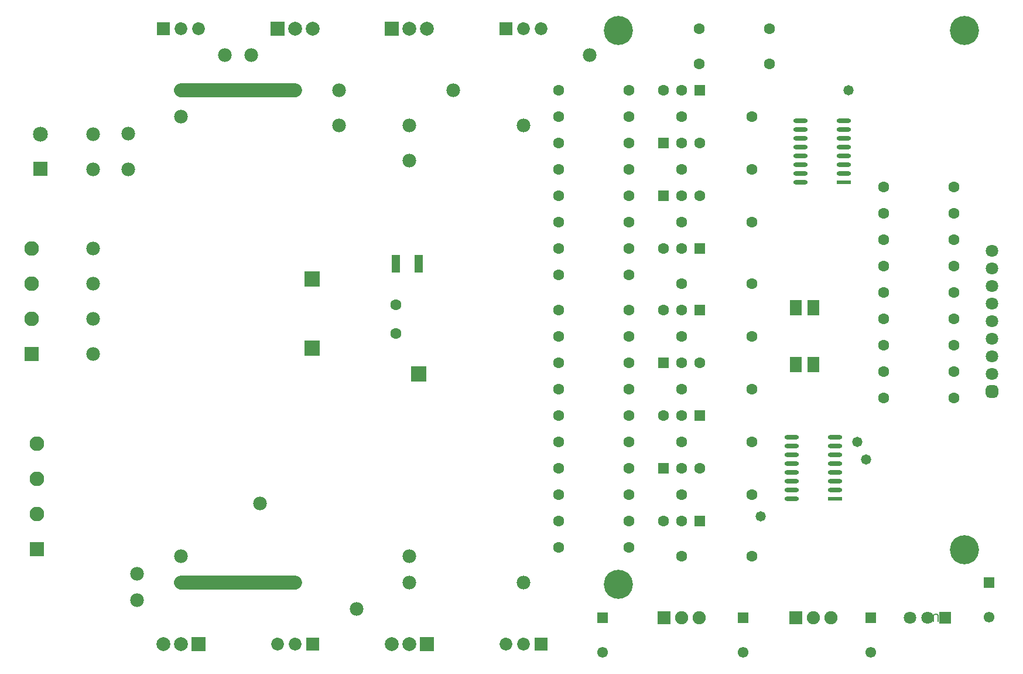
<source format=gts>
G04*
G04 #@! TF.GenerationSoftware,Altium Limited,Altium Designer,21.8.1 (53)*
G04*
G04 Layer_Color=8388736*
%FSLAX43Y43*%
%MOMM*%
G71*
G04*
G04 #@! TF.SameCoordinates,43502BEE-6898-4BDF-A8F3-2E7845CCF1CD*
G04*
G04*
G04 #@! TF.FilePolarity,Negative*
G04*
G01*
G75*
%ADD15C,0.152*%
%ADD16C,2.032*%
%ADD17R,2.103X0.616*%
G04:AMPARAMS|DCode=18|XSize=2.103mm|YSize=0.616mm|CornerRadius=0.308mm|HoleSize=0mm|Usage=FLASHONLY|Rotation=180.000|XOffset=0mm|YOffset=0mm|HoleType=Round|Shape=RoundedRectangle|*
%AMROUNDEDRECTD18*
21,1,2.103,0.000,0,0,180.0*
21,1,1.487,0.616,0,0,180.0*
1,1,0.616,-0.744,0.000*
1,1,0.616,0.744,0.000*
1,1,0.616,0.744,0.000*
1,1,0.616,-0.744,0.000*
%
%ADD18ROUNDEDRECTD18*%
%ADD19R,1.700X2.200*%
%ADD20R,2.000X2.000*%
%ADD21C,2.000*%
%ADD22R,1.303X2.503*%
%ADD23C,1.603*%
%ADD24R,2.203X2.203*%
%ADD25R,1.803X1.803*%
%ADD26C,1.803*%
%ADD27C,1.903*%
%ADD28R,1.903X1.903*%
%ADD29C,1.803*%
G04:AMPARAMS|DCode=30|XSize=1.803mm|YSize=1.803mm|CornerRadius=0.502mm|HoleSize=0mm|Usage=FLASHONLY|Rotation=90.000|XOffset=0mm|YOffset=0mm|HoleType=Round|Shape=RoundedRectangle|*
%AMROUNDEDRECTD30*
21,1,1.803,0.800,0,0,90.0*
21,1,0.800,1.803,0,0,90.0*
1,1,1.003,0.400,0.400*
1,1,1.003,0.400,-0.400*
1,1,1.003,-0.400,-0.400*
1,1,1.003,-0.400,0.400*
%
%ADD30ROUNDEDRECTD30*%
%ADD31R,1.603X1.603*%
%ADD32R,1.850X1.850*%
%ADD33C,1.850*%
%ADD34C,2.103*%
%ADD35R,2.103X2.103*%
%ADD36R,2.153X2.153*%
%ADD37C,2.153*%
%ADD38R,1.553X1.553*%
%ADD39C,1.553*%
%ADD40C,4.203*%
%ADD41C,1.981*%
%ADD42C,1.473*%
D15*
X141223Y9652D02*
Y10498D01*
X141054Y10667D01*
X140715D01*
X140546Y10498D01*
Y9652D01*
X140208Y10667D02*
X139869D01*
X140038D01*
Y9652D01*
X140208Y9821D01*
D16*
X31749Y86359D02*
X48259D01*
X31749Y15239D02*
X48259D01*
D17*
X126340Y27304D02*
D03*
X127610Y73024D02*
D03*
D18*
X126340Y28574D02*
D03*
Y29844D02*
D03*
Y31114D02*
D03*
Y32384D02*
D03*
Y33654D02*
D03*
Y34924D02*
D03*
Y36194D02*
D03*
X120039D02*
D03*
Y34924D02*
D03*
Y33654D02*
D03*
Y32384D02*
D03*
Y31114D02*
D03*
Y29844D02*
D03*
Y28574D02*
D03*
Y27304D02*
D03*
X127610Y74294D02*
D03*
Y75564D02*
D03*
Y76834D02*
D03*
Y78104D02*
D03*
Y79374D02*
D03*
Y80644D02*
D03*
Y81914D02*
D03*
X121309D02*
D03*
Y80644D02*
D03*
Y79374D02*
D03*
Y78104D02*
D03*
Y76834D02*
D03*
Y75564D02*
D03*
Y74294D02*
D03*
Y73024D02*
D03*
D19*
X120649Y46699D02*
D03*
X123189D02*
D03*
Y54899D02*
D03*
X120649D02*
D03*
D20*
X34289Y6349D02*
D03*
X67309D02*
D03*
X45719Y95249D02*
D03*
X62229D02*
D03*
D21*
X31749Y6349D02*
D03*
X29209D02*
D03*
X64769D02*
D03*
X62229D02*
D03*
X50799Y95249D02*
D03*
X48259D02*
D03*
X67309D02*
D03*
X64769D02*
D03*
D22*
X66119Y61289D02*
D03*
X62819D02*
D03*
D23*
Y55389D02*
D03*
Y51189D02*
D03*
X96519Y39369D02*
D03*
X86359D02*
D03*
X133349Y41909D02*
D03*
X143509D02*
D03*
X104139Y67309D02*
D03*
X114299D02*
D03*
X96519Y71119D02*
D03*
X86359D02*
D03*
X133349Y60959D02*
D03*
X143509D02*
D03*
X86359Y43179D02*
D03*
X96519D02*
D03*
Y46989D02*
D03*
X86359D02*
D03*
X116839Y95249D02*
D03*
X106679D02*
D03*
Y90169D02*
D03*
X116839D02*
D03*
X86359Y50799D02*
D03*
X96519D02*
D03*
Y54609D02*
D03*
X86359D02*
D03*
X104139Y50799D02*
D03*
X114299D02*
D03*
X133349Y49529D02*
D03*
X143509D02*
D03*
X86359Y35559D02*
D03*
X96519D02*
D03*
X86359Y59689D02*
D03*
X96519D02*
D03*
Y63499D02*
D03*
X86359D02*
D03*
X104139Y35559D02*
D03*
X114299D02*
D03*
X104139Y58419D02*
D03*
X114299D02*
D03*
X133349Y57149D02*
D03*
X143509D02*
D03*
X133349Y64769D02*
D03*
X143509D02*
D03*
X86359Y20319D02*
D03*
X96519D02*
D03*
Y24129D02*
D03*
X86359D02*
D03*
Y82549D02*
D03*
X96519D02*
D03*
Y86359D02*
D03*
X86359D02*
D03*
X104139Y19049D02*
D03*
X114299D02*
D03*
X104139Y82549D02*
D03*
X114299D02*
D03*
X133349Y53339D02*
D03*
X143509D02*
D03*
X133349Y68579D02*
D03*
X143509D02*
D03*
X104139Y43179D02*
D03*
X114299D02*
D03*
X86359Y67309D02*
D03*
X96519D02*
D03*
X104139Y27939D02*
D03*
X114299D02*
D03*
X104139Y74929D02*
D03*
X114299D02*
D03*
X96519Y31749D02*
D03*
X86359D02*
D03*
X133349Y45719D02*
D03*
X143509D02*
D03*
X86359Y27939D02*
D03*
X96519D02*
D03*
Y78739D02*
D03*
X86359D02*
D03*
X133349Y72389D02*
D03*
X143509D02*
D03*
X86359Y74929D02*
D03*
X96519D02*
D03*
X104139Y54609D02*
D03*
X101539D02*
D03*
X104139Y39369D02*
D03*
X101539D02*
D03*
X104139Y63499D02*
D03*
X101539D02*
D03*
X104139Y24129D02*
D03*
X101539D02*
D03*
X104139Y86359D02*
D03*
X101539D02*
D03*
X104139Y46989D02*
D03*
X106739D02*
D03*
X104139Y71119D02*
D03*
X106739D02*
D03*
X104139Y31749D02*
D03*
X106739D02*
D03*
X104139Y78739D02*
D03*
X106739D02*
D03*
D24*
X66119Y45389D02*
D03*
X50719Y59089D02*
D03*
Y49089D02*
D03*
D25*
X142239Y10159D02*
D03*
D26*
X139699D02*
D03*
X137159D02*
D03*
D27*
X125729D02*
D03*
X123189D02*
D03*
X106679Y10159D02*
D03*
X104139D02*
D03*
D28*
X120649Y10159D02*
D03*
X101599Y10159D02*
D03*
D29*
X149000Y63160D02*
D03*
Y60620D02*
D03*
Y58080D02*
D03*
Y53000D02*
D03*
Y47920D02*
D03*
Y45380D02*
D03*
Y50460D02*
D03*
Y55540D02*
D03*
D30*
Y42840D02*
D03*
D31*
X106739Y54609D02*
D03*
Y39369D02*
D03*
Y63499D02*
D03*
Y24129D02*
D03*
Y86359D02*
D03*
X101539Y46989D02*
D03*
Y71119D02*
D03*
Y31749D02*
D03*
Y78739D02*
D03*
D32*
X50799Y6349D02*
D03*
X83819D02*
D03*
X29209Y95249D02*
D03*
X78739D02*
D03*
D33*
X48259Y6349D02*
D03*
X45719D02*
D03*
X81279D02*
D03*
X78739D02*
D03*
X31749Y95249D02*
D03*
X34289D02*
D03*
X83819D02*
D03*
X81279D02*
D03*
D34*
X10921Y35305D02*
D03*
Y30225D02*
D03*
Y25145D02*
D03*
X10159Y63499D02*
D03*
Y58419D02*
D03*
Y53339D02*
D03*
D35*
X10921Y20065D02*
D03*
X10159Y48259D02*
D03*
D36*
X11429Y75009D02*
D03*
D37*
Y80009D02*
D03*
D38*
X92709Y10119D02*
D03*
X148589Y15199D02*
D03*
X131444Y10119D02*
D03*
X113029D02*
D03*
D39*
X92709Y5119D02*
D03*
X148589Y10199D02*
D03*
X131444Y5119D02*
D03*
X113029D02*
D03*
D40*
X145000Y95000D02*
D03*
X95000D02*
D03*
X145000Y20000D02*
D03*
X95000Y15000D02*
D03*
D41*
X90804Y91439D02*
D03*
X19049Y80009D02*
D03*
X24129Y80071D02*
D03*
X43179Y26669D02*
D03*
X25399Y16509D02*
D03*
Y12699D02*
D03*
X57149Y11429D02*
D03*
X19049Y74929D02*
D03*
Y48259D02*
D03*
Y63499D02*
D03*
Y53339D02*
D03*
X64769Y19049D02*
D03*
X81279Y15239D02*
D03*
X64769D02*
D03*
X31749Y86359D02*
D03*
Y19049D02*
D03*
Y15239D02*
D03*
X48259D02*
D03*
X19049Y58419D02*
D03*
X64769Y76199D02*
D03*
X81279Y81279D02*
D03*
X64769D02*
D03*
X54609D02*
D03*
X24129Y74929D02*
D03*
X71119Y86359D02*
D03*
X54609D02*
D03*
X41909Y91439D02*
D03*
X38099D02*
D03*
X48259Y86359D02*
D03*
X31749Y82549D02*
D03*
D42*
X115569Y24764D02*
D03*
X128269Y86359D02*
D03*
X129539Y35559D02*
D03*
X130809Y33019D02*
D03*
M02*

</source>
